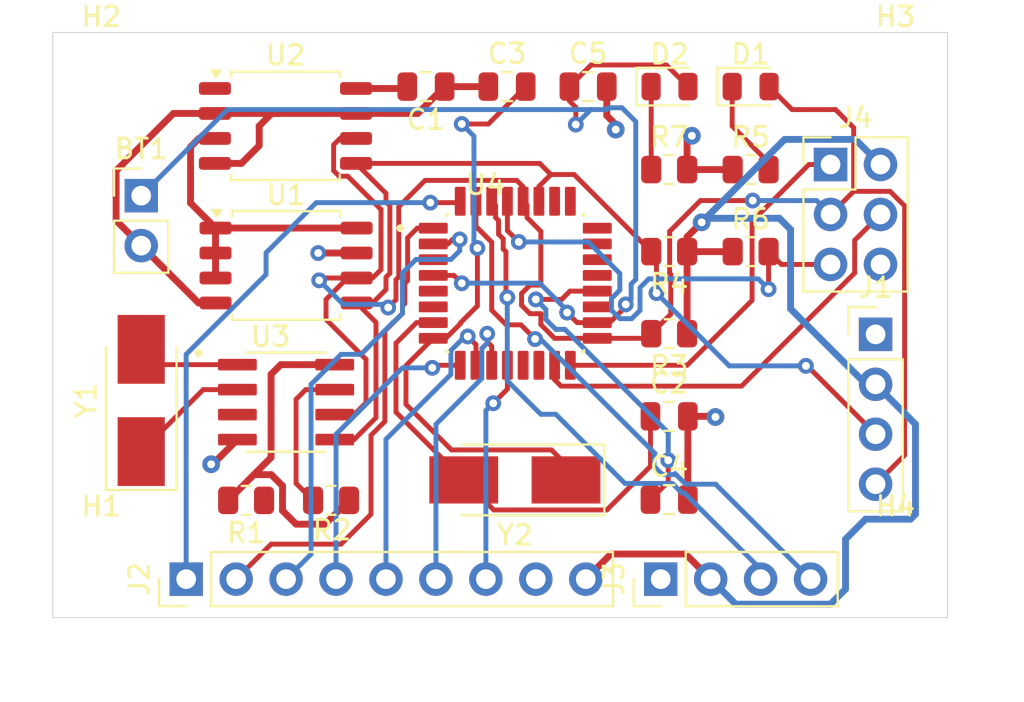
<source format=kicad_pcb>
(kicad_pcb (version 20241229) (generator "pcbnew") (generator_version "9.0")
  (title_block (title "${Project_name}") (date "2025-05-22") (rev "1.0") (comment 1 "2 Layer PCB Version"))
  (layers (0 "F.Cu" mixed) (2 "B.Cu" mixed) (13 "F.Paste" user) (15 "B.Paste" user) (5 "F.SilkS" user "F.Silkscreen") (7 "B.SilkS" user "B.Silkscreen") (1 "F.Mask" user) (3 "B.Mask" user) (25 "Edge.Cuts" user))
  (property "Project_name" "MCU Datalogger with memory and clock")
  (net 0 "")
  (net 1 "GND")
  (net 2 "/VCC")
  (net 3 "Net-(U4-PB6)")
  (net 4 "Net-(U4-PB7)")
  (net 5 "Net-(U4-AREF)")
  (net 6 "Net-(BT1-+)")
  (net 7 "/SCK")
  (net 8 "Net-(D1-K)")
  (net 9 "Net-(D2-K)")
  (net 10 "/SDA")
  (net 11 "/TX")
  (net 12 "/RX")
  (net 13 "/D7")
  (net 14 "/D3")
  (net 15 "/D6")
  (net 16 "/D8")
  (net 17 "/D2")
  (net 18 "/D5")
  (net 19 "/D4")
  (net 20 "/MISO")
  (net 21 "/MOSI")
  (net 22 "/RESET")
  (net 23 "Net-(U3-~{INTA})")
  (net 24 "Net-(U3-SQW{slash}~INT)")
  (net 25 "Net-(U3-X1)")
  (net 26 "Net-(U3-X2)")
  (footprint "Resistor_SMD:R_0805_2012Metric" (layer "F.Cu") (at 153.8455 81.391 180)
    (property "Reference" "R4")
    (property "Value" "4.7K")
  )
  (footprint "Capacitor_SMD:C_0805_2012Metric" (layer "F.Cu") (at 149.723 73)
    (property "Reference" "C5")
    (property "Value" "100nF")
  )
  (footprint "Crystal:Crystal_SMD_5032-2Pin_5.0x3.2mm_HandSoldering" (layer "F.Cu") (at 146 93 180)
    (property "Reference" "Y2")
    (property "Value" "16 MHz")
  )
  (footprint "Resistor_SMD:R_0805_2012Metric" (layer "F.Cu") (at 157.988 77.218)
    (property "Reference" "R5")
    (property "Value" "330")
  )
  (footprint "Resistor_SMD:R_0805_2012Metric" (layer "F.Cu") (at 153.8455 85.564 180)
    (property "Reference" "R3")
    (property "Value" "4.7K")
  )
  (footprint "Connector_PinHeader_2.54mm:PinHeader_1x04_P2.54mm_Vertical" (layer "F.Cu") (at 153.416 98.044 90)
    (property "Reference" "J3")
    (property "Value" "Conn_01x04_Pin")
  )
  (footprint "Crystal:Crystal_SMD_5032-2Pin_5.0x3.2mm_HandSoldering" (layer "F.Cu") (at 127 88.96 90)
    (property "Reference" "Y1")
    (property "Value" "32.768 KHz")
  )
  (footprint "Connector_PinHeader_2.54mm:PinHeader_2x03_P2.54mm_Vertical" (layer "F.Cu") (at 162.052 76.962)
    (property "Reference" "J4")
    (property "Value" "Conn_02x03_Odd_Even")
  )
  (footprint "MountingHole:MountingHole_2.1mm" (layer "F.Cu") (at 165.354 97.536)
    (property "Reference" "H4")
    (property "Value" "MountingHole")
  )
  (footprint "LED_SMD:LED_0805_2012Metric" (layer "F.Cu") (at 157.988 73)
    (property "Reference" "D1")
    (property "Value" "LED")
  )
  (footprint "LED_SMD:LED_0805_2012Metric" (layer "F.Cu") (at 153.8655 73)
    (property "Reference" "D2")
    (property "Value" "LED")
  )
  (footprint "DS1337S_:SOIC127P600X175-8N" (layer "F.Cu") (at 134.366 89.043333)
    (property "Reference" "U3")
    (property "Value" "DS1337S_")
  )
  (footprint "Resistor_SMD:R_0805_2012Metric" (layer "F.Cu") (at 153.8455 77.218)
    (property "Reference" "R7")
    (property "Value" "330")
  )
  (footprint "Connector_PinHeader_2.54mm:PinHeader_1x09_P2.54mm_Vertical" (layer "F.Cu") (at 129.286 98.044 90)
    (property "Reference" "J2")
    (property "Value" "Conn_01x09_Pin")
  )
  (footprint "MountingHole:MountingHole_2.1mm" (layer "F.Cu") (at 124.968 72.644)
    (property "Reference" "H2")
    (property "Value" "MountingHole")
  )
  (footprint "MountingHole:MountingHole_2.1mm" (layer "F.Cu") (at 165.354 72.644)
    (property "Reference" "H3")
    (property "Value" "MountingHole")
  )
  (footprint "Capacitor_SMD:C_0805_2012Metric" (layer "F.Cu") (at 145.6005 73)
    (property "Reference" "C3")
    (property "Value" "22pF")
  )
  (footprint "Resistor_SMD:R_0805_2012Metric" (layer "F.Cu") (at 132.334 94.04 180)
    (property "Reference" "R1")
    (property "Value" "10K")
  )
  (footprint "Connector_PinHeader_2.54mm:PinHeader_1x04_P2.54mm_Vertical" (layer "F.Cu") (at 164.343 85.598)
    (property "Reference" "J1")
    (property "Value" "Conn_01x04_Pin")
  )
  (footprint "Connector_PinHeader_2.54mm:PinHeader_1x02_P2.54mm_Vertical" (layer "F.Cu") (at 127 78.546)
    (property "Reference" "BT1")
    (property "Value" "Battery")
  )
  (footprint "Package_SO:SOIC-8_5.3x5.3mm_P1.27mm" (layer "F.Cu") (at 134.366 82.096667)
    (property "Reference" "U1")
    (property "Value" "24LC1025")
  )
  (footprint "MountingHole:MountingHole_2.1mm" (layer "F.Cu") (at 124.968 97.536)
    (property "Reference" "H1")
    (property "Value" "MountingHole")
  )
  (footprint "Capacitor_SMD:C_0805_2012Metric" (layer "F.Cu") (at 141.478 73 180)
    (property "Reference" "C1")
    (property "Value" "0.1uF")
  )
  (footprint "Capacitor_SMD:C_0805_2012Metric" (layer "F.Cu") (at 153.8455 89.767)
    (property "Reference" "C2")
    (property "Value" "22pF")
  )
  (footprint "Package_SO:SOIC-8_5.3x5.3mm_P1.27mm" (layer "F.Cu") (at 134.3345 75)
    (property "Reference" "U2")
    (property "Value" "24LC1025")
  )
  (footprint "ATMEGA328P-AU:QFP80P900X900X120-32N" (layer "F.Cu") (at 146.02075 83)
    (property "Reference" "U4")
    (property "Value" "ATMEGA328P-AU")
  )
  (footprint "Resistor_SMD:R_0805_2012Metric" (layer "F.Cu") (at 157.988 81.391)
    (property "Reference" "R6")
    (property "Value" "10K")
  )
  (footprint "Capacitor_SMD:C_0805_2012Metric" (layer "F.Cu") (at 153.8455 94)
    (property "Reference" "C4")
    (property "Value" "0.1uF")
  )
  (footprint "Resistor_SMD:R_0805_2012Metric" (layer "F.Cu") (at 136.652 94.04)
    (property "Reference" "R2")
    (property "Value" "10K")
  )
  (gr_rect (start 122.5 70.25) (end 168 100) (stroke (width 0.05)) (fill no) (layer "Edge.Cuts"))
  (segment (start 129.915667 84.001667) (end 127 81.086) (width 0.35) (layer "F.Cu") (net 1))
  (segment (start 137.922 74.365) (end 141.063 74.365) (width 0.35) (layer "F.Cu") (net 1))
  (segment (start 133.635 74.365) (end 134 74.365) (width 0.35) (layer "F.Cu") (net 1))
  (segment (start 154.758 75.742) (end 155 75.5) (width 0.35) (layer "F.Cu") (net 1))
  (segment (start 150.673 74.473) (end 150.673 73) (width 0.35) (layer "F.Cu") (net 1))
  (segment (start 130.747 76.905) (end 132.095 76.905) (width 0.35) (layer "F.Cu") (net 1))
  (segment (start 156.167 89.767) (end 156.2 89.8) (width 0.35) (layer "F.Cu") (net 1))
  (segment (start 137.9535 81.461667) (end 136 81.461667) (width 0.35) (layer "F.Cu") (net 1))
  (segment (start 132.095 76.905) (end 133 76) (width 0.35) (layer "F.Cu") (net 1))
  (segment (start 154.7955 89.767) (end 156.167 89.767) (width 0.35) (layer "F.Cu") (net 1))
  (segment (start 127 81.086) (end 125.724 79.81) (width 0.35) (layer "F.Cu") (net 1))
  (segment (start 134 74.365) (end 137.922 74.365) (width 0.35) (layer "F.Cu") (net 1))
  (segment (start 142.428 73) (end 144.6505 73) (width 0.35) (layer "F.Cu") (net 1))
  (segment (start 141.063 74.365) (end 142.428 73) (width 0.35) (layer "F.Cu") (net 1))
  (segment (start 151.13 75.184) (end 151.13 74.93) (width 0.35) (layer "F.Cu") (net 1))
  (segment (start 133 76) (end 133 75) (width 0.35) (layer "F.Cu") (net 1))
  (segment (start 125.724 77.276) (end 128.635 74.365) (width 0.35) (layer "F.Cu") (net 1))
  (segment (start 125.724 79.81) (end 125.724 77.276) (width 0.35) (layer "F.Cu") (net 1))
  (segment (start 151.13 74.93) (end 150.673 74.473) (width 0.35) (layer "F.Cu") (net 1))
  (segment (start 128.635 74.365) (end 130.747 74.365) (width 0.35) (layer "F.Cu") (net 1))
  (segment (start 154.758 77.218) (end 154.758 75.742) (width 0.35) (layer "F.Cu") (net 1))
  (segment (start 133 75) (end 133.635 74.365) (width 0.35) (layer "F.Cu") (net 1))
  (segment (start 154.7955 89.767) (end 154.7955 94) (width 0.35) (layer "F.Cu") (net 1))
  (segment (start 154.758 77.218) (end 157.0755 77.218) (width 0.35) (layer "F.Cu") (net 1))
  (segment (start 130.7785 84.001667) (end 129.915667 84.001667) (width 0.35) (layer "F.Cu") (net 1))
  (segment (start 130.747 74.365) (end 134 74.365) (width 0.35) (layer "F.Cu") (net 1))
  (segment (start 130.637333 92.202) (end 131.891 90.948333) (width 0.35) (layer "F.Cu") (net 1))
  (segment (start 130.556 92.202) (end 130.637333 92.202) (width 0.35) (layer "F.Cu") (net 1))
  (via (at 156.2 89.8) (size 0.9) (drill 0.4) (layers "F.Cu" "B.Cu") (net 1))
  (via (at 130.556 92.202) (size 0.9) (drill 0.4) (layers "F.Cu" "B.Cu") (net 1))
  (via (at 151.13 75.184) (size 0.9) (drill 0.4) (layers "F.Cu" "B.Cu") (net 1))
  (via (at 136 81.461667) (size 0.8) (drill 0.4) (layers "F.Cu" "B.Cu") (net 1))
  (via (at 155 75.5) (size 0.9) (drill 0.4) (layers "F.Cu" "B.Cu") (net 1))
  (segment (start 154.758 80.642) (end 154.758 81.391) (width 0.35) (layer "F.Cu") (net 2))
  (segment (start 137.922 73.095) (end 140.433 73.095) (width 0.35) (layer "F.Cu") (net 2))
  (segment (start 154.758 85.564) (end 154.758 81.391) (width 0.35) (layer "F.Cu") (net 2))
  (segment (start 134.874 95.25) (end 134.185 94.561) (width 0.35) (layer "F.Cu") (net 2))
  (segment (start 134.185 94.561) (end 134.185 93.303064) (width 0.35) (layer "F.Cu") (net 2))
  (segment (start 133.604 87.63) (end 134.095667 87.138333) (width 0.35) (layer "F.Cu") (net 2))
  (segment (start 149.606 98.044) (end 150.882 96.768) (width 0.35) (layer "F.Cu") (net 2))
  (segment (start 130.7785 80.191667) (end 137.9535 80.191667) (width 0.35) (layer "F.Cu") (net 2))
  (segment (start 129.5085 78.921667) (end 129.5085 76.061001) (width 0.35) (layer "F.Cu") (net 2))
  (segment (start 137.5645 94.04) (end 136.3545 95.25) (width 0.35) (layer "F.Cu") (net 2))
  (segment (start 130.7785 80.191667) (end 129.5085 78.921667) (width 0.35) (layer "F.Cu") (net 2))
  (segment (start 132.73075 92.73075) (end 133.604 91.8575) (width 0.35) (layer "F.Cu") (net 2))
  (segment (start 133.612686 92.73075) (end 132.73075 92.73075) (width 0.35) (layer "F.Cu") (net 2))
  (segment (start 130.7785 82.731667) (end 130.7785 81.461667) (width 0.35) (layer "F.Cu") (net 2))
  (segment (start 134.095667 87.138333) (end 136.841 87.138333) (width 0.35) (layer "F.Cu") (net 2))
  (segment (start 157.0755 81.391) (end 154.758 81.391) (width 0.35) (layer "F.Cu") (net 2))
  (segment (start 133.604 91.8575) (end 133.604 87.63) (width 0.35) (layer "F.Cu") (net 2))
  (segment (start 134.185 93.303064) (end 133.612686 92.73075) (width 0.35) (layer "F.Cu") (net 2))
  (segment (start 130.7785 80.191667) (end 130.7785 81.461667) (width 0.35) (layer "F.Cu") (net 2))
  (segment (start 131.4215 94.04) (end 132.73075 92.73075) (width 0.35) (layer "F.Cu") (net 2))
  (segment (start 129.934501 75.635) (end 130.747 75.635) (width 0.35) (layer "F.Cu") (net 2))
  (segment (start 136.3545 95.25) (end 134.874 95.25) (width 0.35) (layer "F.Cu") (net 2))
  (segment (start 155.5 79.9) (end 154.758 80.642) (width 0.35) (layer "F.Cu") (net 2))
  (segment (start 154.68 96.768) (end 155.956 98.044) (width 0.35) (layer "F.Cu") (net 2))
  (segment (start 150.882 96.768) (end 154.68 96.768) (width 0.35) (layer "F.Cu") (net 2))
  (segment (start 129.5085 76.061001) (end 129.934501 75.635) (width 0.35) (layer "F.Cu") (net 2))
  (segment (start 140.433 73.095) (end 140.528 73) (width 0.35) (layer "F.Cu") (net 2))
  (via (at 155.5 79.9) (size 0.9) (drill 0.4) (layers "F.Cu" "B.Cu") (net 2))
  (segment (start 160.02 84.301463) (end 163.856537 88.138) (width 0.35) (layer "B.Cu") (net 2))
  (segment (start 162.814 96.012) (end 163.83 94.996) (width 0.35) (layer "B.Cu") (net 2))
  (segment (start 162.814 98.552) (end 162.814 96.012) (width 0.35) (layer "B.Cu") (net 2))
  (segment (start 163.316 75.686) (end 164.592 76.962) (width 0.35) (layer "B.Cu") (net 2))
  (segment (start 155.956 98.044) (end 157.232 99.32) (width 0.35) (layer "B.Cu") (net 2))
  (segment (start 160.02 80.264) (end 160.02 84.301463) (width 0.35) (layer "B.Cu") (net 2))
  (segment (start 162.046 99.32) (end 162.814 98.552) (width 0.35) (layer "B.Cu") (net 2))
  (segment (start 159.714 75.686) (end 163.316 75.686) (width 0.35) (layer "B.Cu") (net 2))
  (segment (start 155.705 79.695) (end 159.451 79.695) (width 0.35) (layer "B.Cu") (net 2))
  (segment (start 159.451 79.695) (end 160.02 80.264) (width 0.35) (layer "B.Cu") (net 2))
  (segment (start 155.5 79.9) (end 159.714 75.686) (width 0.35) (layer "B.Cu") (net 2))
  (segment (start 157.232 99.32) (end 162.046 99.32) (width 0.35) (layer "B.Cu") (net 2))
  (segment (start 166.37 90.165) (end 164.343 88.138) (width 0.35) (layer "B.Cu") (net 2))
  (segment (start 163.856537 88.138) (end 164.343 88.138) (width 0.35) (layer "B.Cu") (net 2))
  (segment (start 155.5 79.9) (end 155.705 79.695) (width 0.35) (layer "B.Cu") (net 2))
  (segment (start 163.83 94.996) (end 166.116 94.996) (width 0.35) (layer "B.Cu") (net 2))
  (segment (start 166.116 94.996) (end 166.37 94.742) (width 0.35) (layer "B.Cu") (net 2))
  (segment (start 166.37 94.742) (end 166.37 90.165) (width 0.35) (layer "B.Cu") (net 2))
  (segment (start 144.926 94.526) (end 143.4 93) (width 0.25) (layer "F.Cu") (net 3))
  (segment (start 141 85) (end 141.85075 85) (width 0.25) (layer "F.Cu") (net 3))
  (segment (start 139.954 86.046) (end 141 85) (width 0.25) (layer "F.Cu") (net 3))
  (segment (start 152.8955 89.767) (end 152.8955 92.3065) (width 0.25) (layer "F.Cu") (net 3))
  (segment (start 139.954 89.554) (end 139.954 86.046) (width 0.25) (layer "F.Cu") (net 3))
  (segment (start 143.4 93) (end 139.954 89.554) (width 0.25) (layer "F.Cu") (net 3))
  (segment (start 150.676 94.526) (end 144.926 94.526) (width 0.25) (layer "F.Cu") (net 3))
  (segment (start 152.8955 92.3065) (end 150.676 94.526) (width 0.25) (layer "F.Cu") (net 3))
  (segment (start 142.483416 85.8) (end 141.85075 85.8) (width 0.25) (layer "F.Cu") (net 4))
  (segment (start 144.6505 74.9) (end 143.3 74.9) (width 0.25) (layer "F.Cu") (net 4))
  (segment (start 143.235828 85.047588) (end 142.483416 85.8) (width 0.25) (layer "F.Cu") (net 4))
  (segment (start 148.6 92.212) (end 147.862 91.474) (width 0.25) (layer "F.Cu") (net 4))
  (segment (start 147.862 91.474) (end 142.782 91.474) (width 0.25) (layer "F.Cu") (net 4))
  (segment (start 144.094253 81.208559) (end 144.094791 81.209097) (width 0.25) (layer "F.Cu") (net 4))
  (segment (start 142.782 91.474) (end 140.462 89.154) (width 0.25) (layer "F.Cu") (net 4))
  (segment (start 144.094791 84.147757) (end 143.235828 85.00672) (width 0.25) (layer "F.Cu") (net 4))
  (segment (start 146.5505 73) (end 144.6505 74.9) (width 0.25) (layer "F.Cu") (net 4))
  (segment (start 140.462 89.154) (end 140.462 87.18875) (width 0.25) (layer "F.Cu") (net 4))
  (segment (start 140.462 87.18875) (end 141.85075 85.8) (width 0.25) (layer "F.Cu") (net 4))
  (segment (start 148.6 93) (end 148.6 92.212) (width 0.25) (layer "F.Cu") (net 4))
  (segment (start 144.094791 81.209097) (end 144.094791 84.147757) (width 0.25) (layer "F.Cu") (net 4))
  (segment (start 143.235828 85.00672) (end 143.235828 85.047588) (width 0.25) (layer "F.Cu") (net 4))
  (via (at 144.094253 81.208559) (size 0.8) (drill 0.4) (layers "F.Cu" "B.Cu") (net 4))
  (via (at 143.3 74.9) (size 0.8) (drill 0.4) (layers "F.Cu" "B.Cu") (net 4))
  (segment (start 143.919578 81.033884) (end 143.919578 75.519578) (width 0.25) (layer "B.Cu") (net 4))
  (segment (start 143.919578 75.519578) (end 143.3 74.9) (width 0.25) (layer "B.Cu") (net 4))
  (segment (start 144.094253 81.208559) (end 143.919578 81.033884) (width 0.25) (layer "B.Cu") (net 4))
  (segment (start 148.8 83.4) (end 150.19075 83.4) (width 0.25) (layer "F.Cu") (net 5))
  (segment (start 148.38 83.82) (end 148.8 83.4) (width 0.25) (layer "F.Cu") (net 5))
  (segment (start 147.066 83.82) (end 148.38 83.82) (width 0.25) (layer "F.Cu") (net 5))
  (segment (start 153.8 93.0955) (end 153.8 92) (width 0.25) (layer "F.Cu") (net 5))
  (segment (start 152.8955 94) (end 153.8 93.0955) (width 0.25) (layer "F.Cu") (net 5))
  (via (at 147.066 83.82) (size 0.8) (drill 0.4) (layers "F.Cu" "B.Cu") (net 5))
  (via (at 153.8 92) (size 0.8) (drill 0.4) (layers "F.Cu" "B.Cu") (net 5))
  (segment (start 148.549381 85.344) (end 153.8 90.594619) (width 0.25) (layer "B.Cu") (net 5))
  (segment (start 153.8 90.594619) (end 153.8 92) (width 0.25) (layer "B.Cu") (net 5))
  (segment (start 147.574 84.328) (end 147.574 84.836) (width 0.25) (layer "B.Cu") (net 5))
  (segment (start 148.082 85.344) (end 148.549381 85.344) (width 0.25) (layer "B.Cu") (net 5))
  (segment (start 147.066 83.82) (end 147.574 84.328) (width 0.25) (layer "B.Cu") (net 5))
  (segment (start 147.574 84.836) (end 148.082 85.344) (width 0.25) (layer "B.Cu") (net 5))
  (segment (start 148.656972 84.490009) (end 149.166963 85) (width 0.25) (layer "F.Cu") (net 6))
  (segment (start 141.85075 82.6) (end 142.9 82.6) (width 0.25) (layer "F.Cu") (net 6))
  (segment (start 151.638 84.074) (end 151.638 84.185416) (width 0.25) (layer "F.Cu") (net 6))
  (segment (start 149.166963 85) (end 150.19075 85) (width 0.25) (layer "F.Cu") (net 6))
  (segment (start 153.702 71.899) (end 149.874 71.899) (width 0.25) (layer "F.Cu") (net 6))
  (segment (start 149.874 71.899) (end 148.773 73) (width 0.25) (layer "F.Cu") (net 6))
  (segment (start 150.823416 85) (end 150.19075 85) (width 0.25) (layer "F.Cu") (net 6))
  (segment (start 149.098 74.93) (end 149.098 74.052) (width 0.25) (layer "F.Cu") (net 6))
  (segment (start 148.773 73.727) (end 148.773 73) (width 0.25) (layer "F.Cu") (net 6))
  (segment (start 142.9 82.6) (end 143.3 83) (width 0.25) (layer "F.Cu") (net 6))
  (segment (start 149.098 74.052) (end 148.773 73.727) (width 0.25) (layer "F.Cu") (net 6))
  (segment (start 151.638 84.185416) (end 150.823416 85) (width 0.25) (layer "F.Cu") (net 6))
  (segment (start 154.803 73) (end 153.702 71.899) (width 0.25) (layer "F.Cu") (net 6))
  (via (at 149.098 74.93) (size 0.8) (drill 0.4) (layers "F.Cu" "B.Cu") (net 6))
  (via (at 148.656972 84.490009) (size 0.8) (drill 0.4) (layers "F.Cu" "B.Cu") (net 6))
  (via (at 151.638 84.074) (size 0.8) (drill 0.4) (layers "F.Cu" "B.Cu") (net 6))
  (via (at 143.3 83) (size 0.8) (drill 0.4) (layers "F.Cu" "B.Cu") (net 6))
  (segment (start 148.59 84.423037) (end 148.656972 84.490009) (width 0.25) (layer "B.Cu") (net 6))
  (segment (start 151.442141 74.074) (end 150.757859 74.074) (width 0.25) (layer "B.Cu") (net 6))
  (segment (start 143.306266 82.993734) (end 147.266454 82.993734) (width 0.25) (layer "B.Cu") (net 6))
  (segment (start 151.638 84.074) (end 151.913 83.799) (width 0.25) (layer "B.Cu") (net 6))
  (segment (start 150.757859 74.074) (end 150.663859 74.168) (width 0.25) (layer "B.Cu") (net 6))
  (segment (start 152.146 82.80347) (end 152.146 74.77786) (width 0.25) (layer "B.Cu") (net 6))
  (segment (start 149.098 74.93) (end 149.86 74.168) (width 0.25) (layer "B.Cu") (net 6))
  (segment (start 143.3 83) (end 143.306266 82.993734) (width 0.25) (layer "B.Cu") (net 6))
  (segment (start 150.663859 74.168) (end 149.9 74.168) (width 0.25) (layer "B.Cu") (net 6))
  (segment (start 147.266454 82.993734) (end 148.59 84.31728) (width 0.25) (layer "B.Cu") (net 6))
  (segment (start 149.9 74.168) (end 131.378 74.168) (width 0.25) (layer "B.Cu") (net 6))
  (segment (start 151.913 83.799) (end 151.913 83.03647) (width 0.25) (layer "B.Cu") (net 6))
  (segment (start 151.913 83.03647) (end 152.146 82.80347) (width 0.25) (layer "B.Cu") (net 6))
  (segment (start 149.86 74.168) (end 149.9 74.168) (width 0.25) (layer "B.Cu") (net 6))
  (segment (start 131.378 74.168) (end 127 78.546) (width 0.25) (layer "B.Cu") (net 6))
  (segment (start 152.146 74.77786) (end 151.442141 74.074) (width 0.25) (layer "B.Cu") (net 6))
  (segment (start 148.59 84.31728) (end 148.59 84.423037) (width 0.25) (layer "B.Cu") (net 6))
  (segment (start 165.818 79.064884) (end 165.079116 78.326) (width 0.25) (layer "F.Cu") (net 7))
  (segment (start 137.486333 82.731667) (end 137.9535 82.731667) (width 0.25) (layer "F.Cu") (net 7))
  (segment (start 138.43 86.868) (end 136.398 84.836) (width 0.25) (layer "F.Cu") (net 7))
  (segment (start 136.05 82.85) (end 136.168333 82.731667) (width 0.25) (layer "F.Cu") (net 7))
  (segment (start 165.079116 78.326) (end 163.228 78.326) (width 0.25) (layer "F.Cu") (net 7))
  (segment (start 153.8695 82.4955) (end 153.8695 80.362359) (width 0.25) (layer "F.Cu") (net 7))
  (segment (start 153.8695 80.362359) (end 155.437512 78.794347) (width 0.25) (layer "F.Cu") (net 7))
  (segment (start 136.7835 75.961001) (end 137.109501 75.635) (width 0.25) (layer "F.Cu") (net 7))
  (segment (start 138.765999 82.731667) (end 139.192 82.305666) (width 0.25) (layer "F.Cu") (net 7))
  (segment (start 139.192 82.305666) (end 139.192 79.248) (width 0.25) (layer "F.Cu") (net 7))
  (segment (start 153.926 82.552) (end 153.8695 82.4955) (width 0.25) (layer "F.Cu") (net 7))
  (segment (start 163.228 75.09) (end 162.306 74.168) (width 0.25) (layer "F.Cu") (net 7))
  (segment (start 146.34 84.12072) (end 146.76528 84.546) (width 0.25) (layer "F.Cu") (net 7))
  (segment (start 141.433 77.769) (end 146.09475 77.769) (width 0.25) (layer "F.Cu") (net 7))
  (segment (start 146.61975 79.029) (end 146.61975 79.661666) (width 0.25) (layer "F.Cu") (net 7))
  (segment (start 150.19075 85.8) (end 152.697 85.8) (width 0.25) (layer "F.Cu") (net 7))
  (segment (start 146.76528 84.546) (end 147.32 84.546) (width 0.25) (layer "F.Cu") (net 7))
  (segment (start 152.933 85.564) (end 153.926 84.571) (width 0.25) (layer "F.Cu") (net 7))
  (segment (start 139.954 82.819286) (end 140.094 82.679286) (width 0.25) (layer "F.Cu") (net 7))
  (segment (start 136.398 84.836) (end 136.398 83.82) (width 0.25) (layer "F.Cu") (net 7))
  (segment (start 146.42075 78.83) (end 146.61975 79.029) (width 0.25) (layer "F.Cu") (net 7))
  (segment (start 152.697 85.8) (end 152.933 85.564) (width 0.25) (layer "F.Cu") (net 7))
  (segment (start 136.168333 82.731667) (end 137.9535 82.731667) (width 0.25) (layer "F.Cu") (net 7))
  (segment (start 146.09475 77.769) (end 146.42075 78.095) (width 0.25) (layer "F.Cu") (net 7))
  (segment (start 147.32 85.10072) (end 148.01928 85.8) (width 0.25) (layer "F.Cu") (net 7))
  (segment (start 140.094 79.108) (end 141.433 77.769) (width 0.25) (layer "F.Cu") (net 7))
  (segment (start 147.32 84.546) (end 147.32 85.10072) (width 0.25) (layer "F.Cu") (net 7))
  (segment (start 165.818 91.743) (end 165.818 79.064884) (width 0.25) (layer "F.Cu") (net 7))
  (segment (start 146.61975 79.661666) (end 147.32 80.361916) (width 0.25) (layer "F.Cu") (net 7))
  (segment (start 146.76528 83.094) (end 146.34 83.51928) (width 0.25) (layer "F.Cu") (net 7))
  (segment (start 155.437512 78.794347) (end 158.094347 78.794347) (width 0.25) (layer "F.Cu") (net 7))
  (segment (start 146.42075 78.095) (end 146.42075 78.83) (width 0.25) (layer "F.Cu") (net 7))
  (segment (start 137.826 89.678333) (end 138.43 89.074333) (width 0.25) (layer "F.Cu") (net 7))
  (segment (start 160.0935 74.168) (end 158.9255 73) (width 0.25) (layer "F.Cu") (net 7))
  (segment (start 138.43 89.074333) (end 138.43 86.868) (width 0.25) (layer "F.Cu") (net 7))
  (segment (start 136.398 83.82) (end 137.486333 82.731667) (width 0.25) (layer "F.Cu") (net 7))
  (segment (start 162.306 74.168) (end 160.0935 74.168) (width 0.25) (layer "F.Cu") (net 7))
  (segment (start 147.32 83.094) (end 146.76528 83.094) (width 0.25) (layer "F.Cu") (net 7))
  (segment (start 137.109501 75.635) (end 137.922 75.635) (width 0.25) (layer "F.Cu") (net 7))
  (segment (start 136.841 89.678333) (end 137.826 89.678333) (width 0.25) (layer "F.Cu") (net 7))
  (segment (start 163.228 78.326) (end 162.052 79.502) (width 0.25) (layer "F.Cu") (net 7))
  (segment (start 137.9535 82.731667) (end 138.765999 82.731667) (width 0.25) (layer "F.Cu") (net 7))
  (segment (start 146.34 83.51928) (end 146.34 84.12072) (width 0.25) (layer "F.Cu") (net 7))
  (segment (start 153.926 84.571) (end 153.926 82.552) (width 0.25) (layer "F.Cu") (net 7))
  (segment (start 147.32 80.361916) (end 147.32 83.094) (width 0.25) (layer "F.Cu") (net 7))
  (segment (start 163.228 78.326) (end 163.228 75.09) (width 0.25) (layer "F.Cu") (net 7))
  (segment (start 137.065154 77.556) (end 136.7835 77.274346) (width 0.25) (layer "F.Cu") (net 7))
  (segment (start 164.343 93.218) (end 165.818 91.743) (width 0.25) (layer "F.Cu") (net 7))
  (segment (start 148.01928 85.8) (end 150.19075 85.8) (width 0.25) (layer "F.Cu") (net 7))
  (segment (start 139.559486 84.233486) (end 139.954 83.838972) (width 0.25) (layer "F.Cu") (net 7))
  (segment (start 136.7835 77.274346) (end 136.7835 75.961001) (width 0.25) (layer "F.Cu") (net 7))
  (segment (start 140.094 82.679286) (end 140.094 79.108) (width 0.25) (layer "F.Cu") (net 7))
  (segment (start 137.5 77.556) (end 137.065154 77.556) (width 0.25) (layer "F.Cu") (net 7))
  (segment (start 139.954 83.838972) (end 139.954 82.819286) (width 0.25) (layer "F.Cu") (net 7))
  (segment (start 139.192 79.248) (end 137.5 77.556) (width 0.25) (layer "F.Cu") (net 7))
  (via (at 139.559486 84.233486) (size 0.8) (drill 0.4) (layers "F.Cu" "B.Cu") (net 7))
  (via (at 136.05 82.85) (size 0.8) (drill 0.4) (layers "F.Cu" "B.Cu") (net 7))
  (via (at 158.094347 78.794347) (size 0.8) (drill 0.4) (layers "F.Cu" "B.Cu") (net 7))
  (segment (start 139.4 84.074) (end 137.274 84.074) (width 0.25) (layer "B.Cu") (net 7))
  (segment (start 139.559486 84.233486) (end 139.4 84.074) (width 0.25) (layer "B.Cu") (net 7))
  (segment (start 158.094347 78.794347) (end 161.344347 78.794347) (width 0.25) (layer "B.Cu") (net 7))
  (segment (start 137.274 84.074) (end 136.05 82.85) (width 0.25) (layer "B.Cu") (net 7))
  (segment (start 161.344347 78.794347) (end 162.052 79.502) (width 0.25) (layer "B.Cu") (net 7))
  (segment (start 158.9005 76.8585) (end 157.0505 75.0085) (width 0.25) (layer "F.Cu") (net 8))
  (segment (start 157.0505 75.0085) (end 157.0505 73) (width 0.25) (layer "F.Cu") (net 8))
  (segment (start 158.9005 77.218) (end 158.9005 76.8585) (width 0.25) (layer "F.Cu") (net 8))
  (segment (start 152.933 73.005) (end 152.928 73) (width 0.25) (layer "F.Cu") (net 9))
  (segment (start 152.933 77.218) (end 152.933 73.005) (width 0.25) (layer "F.Cu") (net 9))
  (segment (start 147.263 76.905) (end 147.828 77.47) (width 0.25) (layer "F.Cu") (net 10))
  (segment (start 139.643 82.492476) (end 139.643 79.06119) (width 0.25) (layer "F.Cu") (net 10))
  (segment (start 138.938 84.986167) (end 138.938 89.836333) (width 0.25) (layer "F.Cu") (net 10))
  (segment (start 149.012 77.47) (end 147.828 77.47) (width 0.25) (layer "F.Cu") (net 10))
  (segment (start 138.765999 84.001667) (end 139.446 83.321666) (width 0.25) (layer "F.Cu") (net 10))
  (segment (start 164.343 90.678) (end 160.865 87.2) (width 0.25) (layer "F.Cu") (net 10))
  (segment (start 139.446 78.429) (end 137.922 76.905) (width 0.25) (layer "F.Cu") (net 10))
  (segment (start 139.446 82.689476) (end 139.643 82.492476) (width 0.25) (layer "F.Cu") (net 10))
  (segment (start 147.828 77.47) (end 147.22075 78.07725) (width 0.25) (layer "F.Cu") (net 10))
  (segment (start 139.446 78.86419) (end 139.446 78.429) (width 0.25) (layer "F.Cu") (net 10))
  (segment (start 138.938 89.836333) (end 137.826 90.948333) (width 0.25) (layer "F.Cu") (net 10))
  (segment (start 147.22075 78.07725) (end 147.22075 78.83) (width 0.25) (layer "F.Cu") (net 10))
  (segment (start 153.2 81.658) (end 152.933 81.391) (width 0.25) (layer "F.Cu") (net 10))
  (segment (start 137.922 76.905) (end 147.263 76.905) (width 0.25) (layer "F.Cu") (net 10))
  (segment (start 153.2 83.5) (end 153.2 81.658) (width 0.25) (layer "F.Cu") (net 10))
  (segment (start 137.826 90.948333) (end 136.841 90.948333) (width 0.25) (layer "F.Cu") (net 10))
  (segment (start 139.643 79.06119) (end 139.446 78.86419) (width 0.25) (layer "F.Cu") (net 10))
  (segment (start 160.865 87.2) (end 160.8 87.2) (width 0.25) (layer "F.Cu") (net 10))
  (segment (start 137.9535 84.001667) (end 138.765999 84.001667) (width 0.25) (layer "F.Cu") (net 10))
  (segment (start 152.933 81.391) (end 149.012 77.47) (width 0.25) (layer "F.Cu") (net 10))
  (segment (start 137.9535 84.001667) (end 138.938 84.986167) (width 0.25) (layer "F.Cu") (net 10))
  (segment (start 139.446 83.321666) (end 139.446 82.689476) (width 0.25) (layer "F.Cu") (net 10))
  (via (at 153.2 83.5) (size 0.8) (drill 0.4) (layers "F.Cu" "B.Cu") (net 10))
  (via (at 160.8 87.2) (size 0.8) (drill 0.4) (layers "F.Cu" "B.Cu") (net 10))
  (segment (start 160.8 87.2) (end 156.9 87.2) (width 0.25) (layer "B.Cu") (net 10))
  (segment (start 156.9 87.2) (end 153.2 83.5) (width 0.25) (layer "B.Cu") (net 10))
  (segment (start 144.721442 80.810442) (end 144.02075 80.10975) (width 0.25) (layer "F.Cu") (net 11))
  (segment (start 144.820791 84.368791) (end 144.820791 80.909791) (width 0.25) (layer "F.Cu") (net 11))
  (segment (start 144.02075 80.10975) (end 144.02075 78.83) (width 0.25) (layer "F.Cu") (net 11))
  (segment (start 145.5655 85.1135) (end 144.820791 84.368791) (width 0.25) (layer "F.Cu") (net 11))
  (segment (start 147.028976 85.835) (end 146.307476 85.1135) (width 0.25) (layer "F.Cu") (net 11))
  (segment (start 144.820791 80.909791) (end 144.02075 80.10975) (width 0.25) (layer "F.Cu") (net 11))
  (segment (start 146.307476 85.1135) (end 145.5655 85.1135) (width 0.25) (layer "F.Cu") (net 11))
  (via (at 147.028976 85.835) (size 0.8) (drill 0.4) (layers "F.Cu" "B.Cu") (net 11))
  (segment (start 153.49928 92.726) (end 154.10072 92.726) (width 0.25) (layer "B.Cu") (net 11))
  (segment (start 156.21 93.218) (end 161.036 98.044) (width 0.25) (layer "B.Cu") (net 11))
  (segment (start 147.045976 85.852) (end 147.32 85.852) (width 0.25) (layer "B.Cu") (net 11))
  (segment (start 153.074 91.69928) (end 153.074 92.30072) (width 0.25) (layer "B.Cu") (net 11))
  (segment (start 147.32 85.852) (end 153.12064 91.65264) (width 0.25) (layer "B.Cu") (net 11))
  (segment (start 154.686 93.218) (end 156.21 93.218) (width 0.25) (layer "B.Cu") (net 11))
  (segment (start 154.14736 92.67936) (end 154.686 93.218) (width 0.25) (layer "B.Cu") (net 11))
  (segment (start 154.10072 92.726) (end 154.14736 92.67936) (width 0.25) (layer "B.Cu") (net 11))
  (segment (start 153.12064 91.65264) (end 153.074 91.69928) (width 0.25) (layer "B.Cu") (net 11))
  (segment (start 147.028976 85.835) (end 147.045976 85.852) (width 0.25) (layer "B.Cu") (net 11))
  (segment (start 153.074 92.30072) (end 153.49928 92.726) (width 0.25) (layer "B.Cu") (net 11))
  (segment (start 145.40712 80.743516) (end 145.16975 80.506146) (width 0.25) (layer "F.Cu") (net 12))
  (segment (start 145.615204 83.71953) (end 145.615204 83.650064) (width 0.25) (layer "F.Cu") (net 12))
  (segment (start 145.545791 81.398385) (end 145.40712 81.259714) (width 0.25) (layer "F.Cu") (net 12))
  (segment (start 145.16975 79.811666) (end 145.01975 79.661666) (width 0.25) (layer "F.Cu") (net 12))
  (segment (start 145.01975 79.661666) (end 145.01975 79.029) (width 0.25) (layer "F.Cu") (net 12))
  (segment (start 145.545791 83.580651) (end 145.545791 81.398385) (width 0.25) (layer "F.Cu") (net 12))
  (segment (start 145.16975 80.506146) (end 145.16975 79.811666) (width 0.25) (layer "F.Cu") (net 12))
  (segment (start 145.615204 83.650064) (end 145.545791 83.580651) (width 0.25) (layer "F.Cu") (net 12))
  (segment (start 145.615 83.719734) (end 145.615204 83.71953) (width 0.25) (layer "F.Cu") (net 12))
  (segment (start 145.40712 81.259714) (end 145.40712 80.743516) (width 0.25) (layer "F.Cu") (net 12))
  (segment (start 145.01975 79.029) (end 144.82075 78.83) (width 0.25) (layer "F.Cu") (net 12))
  (via (at 145.615 83.719734) (size 0.8) (drill 0.4) (layers "F.Cu" "B.Cu") (net 12))
  (segment (start 154.49919 93.669) (end 154.629 93.669) (width 0.25) (layer "B.Cu") (net 12))
  (segment (start 154.00719 93.177) (end 154.49919 93.669) (width 0.25) (layer "B.Cu") (net 12))
  (segment (start 151.597 93.177) (end 154.00719 93.177) (width 0.25) (layer "B.Cu") (net 12))
  (segment (start 148.082 89.662) (end 151.597 93.177) (width 0.25) (layer "B.Cu") (net 12))
  (segment (start 147.32 89.662) (end 148.082 89.662) (width 0.25) (layer "B.Cu") (net 12))
  (segment (start 145.615 87.957) (end 147.32 89.662) (width 0.25) (layer "B.Cu") (net 12))
  (segment (start 145.615 83.719734) (end 145.615 87.957) (width 0.25) (layer "B.Cu") (net 12))
  (segment (start 154.629 93.669) (end 158.496 97.536) (width 0.25) (layer "B.Cu") (net 12))
  (segment (start 158.496 97.536) (end 158.496 98.044) (width 0.25) (layer "B.Cu") (net 12))
  (segment (start 144.594646 85.97723) (end 144.82075 86.203334) (width 0.25) (layer "F.Cu") (net 13))
  (segment (start 144.594646 85.565292) (end 144.594646 85.97723) (width 0.25) (layer "F.Cu") (net 13))
  (segment (start 144.82075 86.203334) (end 144.82075 87.17) (width 0.25) (layer "F.Cu") (net 13))
  (via (at 144.594646 85.565292) (size 0.8) (drill 0.4) (layers "F.Cu" "B.Cu") (net 13))
  (segment (start 144.594646 86.037354) (end 144.317416 86.314584) (width 0.25) (layer "B.Cu") (net 13))
  (segment (start 141.986 90.17) (end 141.986 98.044) (width 0.25) (layer "B.Cu") (net 13))
  (segment (start 144.594646 85.565292) (end 144.594646 86.037354) (width 0.25) (layer "B.Cu") (net 13))
  (segment (start 144.317416 87.838584) (end 141.986 90.17) (width 0.25) (layer "B.Cu") (net 13))
  (segment (start 144.317416 86.314584) (end 144.317416 87.838584) (width 0.25) (layer "B.Cu") (net 13))
  (segment (start 140.545 82.866096) (end 140.545 80.689) (width 0.25) (layer "F.Cu") (net 14))
  (segment (start 139.389 90.023143) (end 139.389 85.430692) (width 0.25) (layer "F.Cu") (net 14))
  (segment (start 140.285486 84.145296) (end 140.405 84.025782) (width 0.25) (layer "F.Cu") (net 14))
  (segment (start 133.604 96.266) (end 137.16 96.266) (width 0.25) (layer "F.Cu") (net 14))
  (segment (start 139.389 85.430692) (end 140.285486 84.534206) (width 0.25) (layer "F.Cu") (net 14))
  (segment (start 140.405 84.025782) (end 140.405 83.006096) (width 0.25) (layer "F.Cu") (net 14))
  (segment (start 137.16 96.266) (end 138.684 94.742) (width 0.25) (layer "F.Cu") (net 14))
  (segment (start 138.684 90.728143) (end 139.389 90.023143) (width 0.25) (layer "F.Cu") (net 14))
  (segment (start 131.826 98.044) (end 133.604 96.266) (width 0.25) (layer "F.Cu") (net 14))
  (segment (start 140.405 83.006096) (end 140.545 82.866096) (width 0.25) (layer "F.Cu") (net 14))
  (segment (start 140.285486 84.534206) (end 140.285486 84.145296) (width 0.25) (layer "F.Cu") (net 14))
  (segment (start 138.684 94.742) (end 138.684 90.728143) (width 0.25) (layer "F.Cu") (net 14))
  (segment (start 140.545 80.689) (end 141.034 80.2) (width 0.25) (layer "F.Cu") (net 14))
  (segment (start 141.034 80.2) (end 141.85075 80.2) (width 0.25) (layer "F.Cu") (net 14))
  (segment (start 143.604361 85.704361) (end 143.660191 85.648531) (width 0.25) (layer "F.Cu") (net 15))
  (segment (start 143.604361 85.704361) (end 144.02075 86.12075) (width 0.25) (layer "F.Cu") (net 15))
  (segment (start 144.02075 86.12075) (end 144.02075 87.17) (width 0.25) (layer "F.Cu") (net 15))
  (via (at 143.604361 85.704361) (size 0.8) (drill 0.4) (layers "F.Cu" "B.Cu") (net 15))
  (segment (start 142.748 86.41357) (end 142.748 87.63) (width 0.25) (layer "B.Cu") (net 15))
  (segment (start 142.748 87.63) (end 139.446 90.932) (width 0.25) (layer "B.Cu") (net 15))
  (segment (start 143.604361 85.704361) (end 143.457209 85.704361) (width 0.25) (layer "B.Cu") (net 15))
  (segment (start 139.446 90.932) (end 139.446 98.044) (width 0.25) (layer "B.Cu") (net 15))
  (segment (start 143.457209 85.704361) (end 142.748 86.41357) (width 0.25) (layer "B.Cu") (net 15))
  (segment (start 144.9 89.1) (end 145.62075 88.37925) (width 0.25) (layer "F.Cu") (net 16))
  (segment (start 145.62075 88.37925) (end 145.62075 87.17) (width 0.25) (layer "F.Cu") (net 16))
  (via (at 144.9 89.1) (size 0.8) (drill 0.4) (layers "F.Cu" "B.Cu") (net 16))
  (segment (start 144.526 89.474) (end 144.9 89.1) (width 0.25) (layer "B.Cu") (net 16))
  (segment (start 144.526 98.044) (end 144.526 89.474) (width 0.25) (layer "B.Cu") (net 16))
  (segment (start 141.7 78.9) (end 143.15075 78.9) (width 0.25) (layer "F.Cu") (net 17))
  (segment (start 143.15075 78.9) (end 143.22075 78.83) (width 0.25) (layer "F.Cu") (net 17))
  (via (at 141.7 78.9) (size 0.8) (drill 0.4) (layers "F.Cu" "B.Cu") (net 17))
  (segment (start 133.35 82.55) (end 133.35 81.45) (width 0.25) (layer "B.Cu") (net 17))
  (segment (start 133.35 81.45) (end 135.9 78.9) (width 0.25) (layer "B.Cu") (net 17))
  (segment (start 129.286 98.044) (end 129.286 86.614) (width 0.25) (layer "B.Cu") (net 17))
  (segment (start 129.286 86.614) (end 133.35 82.55) (width 0.25) (layer "B.Cu") (net 17))
  (segment (start 135.9 78.9) (end 141.7 78.9) (width 0.25) (layer "B.Cu") (net 17))
  (segment (start 141.93 87.17) (end 141.8 87.3) (width 0.25) (layer "F.Cu") (net 18))
  (segment (start 143.22075 87.17) (end 141.93 87.17) (width 0.25) (layer "F.Cu") (net 18))
  (via (at 141.8 87.3) (size 0.8) (drill 0.4) (layers "F.Cu" "B.Cu") (net 18))
  (segment (start 136.906 90.678) (end 136.906 98.044) (width 0.25) (layer "B.Cu") (net 18))
  (segment (start 141.8 87.3) (end 140.284 87.3) (width 0.25) (layer "B.Cu") (net 18))
  (segment (start 140.284 87.3) (end 136.906 90.678) (width 0.25) (layer "B.Cu") (net 18))
  (segment (start 142.6 81) (end 141.85075 81) (width 0.25) (layer "F.Cu") (net 19))
  (segment (start 142.828 80.772) (end 142.6 81) (width 0.25) (layer "F.Cu") (net 19))
  (segment (start 143.194578 80.772) (end 142.828 80.772) (width 0.25) (layer "F.Cu") (net 19))
  (via (at 143.194578 80.772) (size 0.8) (drill 0.4) (layers "F.Cu" "B.Cu") (net 19))
  (segment (start 140.97 81.788) (end 140.285486 82.472514) (width 0.25) (layer "B.Cu") (net 19))
  (segment (start 139.830514 84.959486) (end 138.176 86.614) (width 0.25) (layer "B.Cu") (net 19))
  (segment (start 143.194578 81.346422) (end 142.753 81.788) (width 0.25) (layer "B.Cu") (net 19))
  (segment (start 142.753 81.788) (end 140.97 81.788) (width 0.25) (layer "B.Cu") (net 19))
  (segment (start 139.860206 84.959486) (end 139.830514 84.959486) (width 0.25) (layer "B.Cu") (net 19))
  (segment (start 137.16 86.614) (end 135.636 88.138) (width 0.25) (layer "B.Cu") (net 19))
  (segment (start 140.285486 84.534206) (end 139.860206 84.959486) (width 0.25) (layer "B.Cu") (net 19))
  (segment (start 143.194578 80.772) (end 143.194578 81.346422) (width 0.25) (layer "B.Cu") (net 19))
  (segment (start 135.636 96.774) (end 134.366 98.044) (width 0.25) (layer "B.Cu") (net 19))
  (segment (start 140.285486 82.472514) (end 140.285486 84.534206) (width 0.25) (layer "B.Cu") (net 19))
  (segment (start 135.636 88.138) (end 135.636 96.774) (width 0.25) (layer "B.Cu") (net 19))
  (segment (start 138.176 86.614) (end 137.16 86.614) (width 0.25) (layer "B.Cu") (net 19))
  (segment (start 154.756726 87.17) (end 158.062 83.864726) (width 0.25) (layer "F.Cu") (net 20))
  (segment (start 158.062 83.864726) (end 158.062 79.852) (width 0.25) (layer "F.Cu") (net 20))
  (segment (start 160.952 76.962) (end 162.052 76.962) (width 0.25) (layer "F.Cu") (net 20))
  (segment (start 158.062 79.852) (end 160.952 76.962) (width 0.25) (layer "F.Cu") (net 20))
  (segment (start 148.82075 87.17) (end 154.756726 87.17) (width 0.25) (layer "F.Cu") (net 20))
  (segment (start 157.526116 88.231) (end 148.34675 88.231) (width 0.25) (layer "F.Cu") (net 21))
  (segment (start 164.592 79.502) (end 163.278 80.816) (width 0.25) (layer "F.Cu") (net 21))
  (segment (start 148.02075 87.905) (end 148.02075 87.17) (width 0.25) (layer "F.Cu") (net 21))
  (segment (start 148.34675 88.231) (end 148.02075 87.905) (width 0.25) (layer "F.Cu") (net 21))
  (segment (start 163.278 80.816) (end 163.278 82.479116) (width 0.25) (layer "F.Cu") (net 21))
  (segment (start 163.278 82.479116) (end 157.526116 88.231) (width 0.25) (layer "F.Cu") (net 21))
  (segment (start 145.62075 78.83) (end 145.62075 80.32075) (width 0.25) (layer "F.Cu") (net 22))
  (segment (start 158.9005 81.391) (end 159.5515 82.042) (width 0.25) (layer "F.Cu") (net 22))
  (segment (start 158.9005 83.2995) (end 158.9 83.3) (width 0.25) (layer "F.Cu") (net 22))
  (segment (start 158.9005 81.391) (end 158.9005 83.2995) (width 0.25) (layer "F.Cu") (net 22))
  (segment (start 159.5515 82.042) (end 162.052 82.042) (width 0.25) (layer "F.Cu") (net 22))
  (segment (start 145.62075 80.32075) (end 146.2 80.9) (width 0.25) (layer "F.Cu") (net 22))
  (via (at 146.2 80.9) (size 0.8) (drill 0.4) (layers "F.Cu" "B.Cu") (net 22))
  (via (at 158.9 83.3) (size 0.8) (drill 0.4) (layers "F.Cu" "B.Cu") (net 22))
  (segment (start 149.734 80.9) (end 146.2 80.9) (width 0.25) (layer "B.Cu") (net 22))
  (segment (start 151.93872 84.8) (end 151.33728 84.8) (width 0.25) (layer "B.Cu") (net 22))
  (segment (start 151.33728 83.348) (end 151.33728 82.50328) (width 0.25) (layer "B.Cu") (net 22))
  (segment (start 152.364 84.37472) (end 151.93872 84.8) (width 0.25) (layer "B.Cu") (net 22))
  (segment (start 150.912 83.77328) (end 151.33728 83.348) (width 0.25) (layer "B.Cu") (net 22))
  (segment (start 158.9 83.3) (end 158.374 82.774) (width 0.25) (layer "B.Cu") (net 22))
  (segment (start 150.912 84.37472) (end 150.912 83.77328) (width 0.25) (layer "B.Cu") (net 22))
  (segment (start 152.364 83.22328) (end 152.364 84.37472) (width 0.25) (layer "B.Cu") (net 22))
  (segment (start 151.33728 82.50328) (end 149.734 80.9) (width 0.25) (layer "B.Cu") (net 22))
  (segment (start 151.33728 84.8) (end 150.912 84.37472) (width 0.25) (layer "B.Cu") (net 22))
  (segment (start 158.374 82.774) (end 152.81328 82.774) (width 0.25) (layer "B.Cu") (net 22))
  (segment (start 152.81328 82.774) (end 152.364 83.22328) (width 0.25) (layer "B.Cu") (net 22))
  (segment (start 134.874 88.9) (end 135.365667 88.408333) (width 0.25) (layer "F.Cu") (net 24))
  (segment (start 135.7395 94.04) (end 134.874 93.1745) (width 0.25) (layer "F.Cu") (net 24))
  (segment (start 135.365667 88.408333) (end 136.841 88.408333) (width 0.25) (layer "F.Cu") (net 24))
  (segment (start 134.874 93.1745) (end 134.874 88.9) (width 0.25) (layer "F.Cu") (net 24))
  (segment (start 131.891 87.138333) (end 127.778333 87.138333) (width 0.25) (layer "F.Cu") (net 25))
  (segment (start 127.778333 87.138333) (end 127 86.36) (width 0.25) (layer "F.Cu") (net 25))
  (segment (start 130.151667 88.408333) (end 127 91.56) (width 0.25) (layer "F.Cu") (net 26))
  (segment (start 131.891 88.408333) (end 130.151667 88.408333) (width 0.25) (layer "F.Cu") (net 26))
)
</source>
